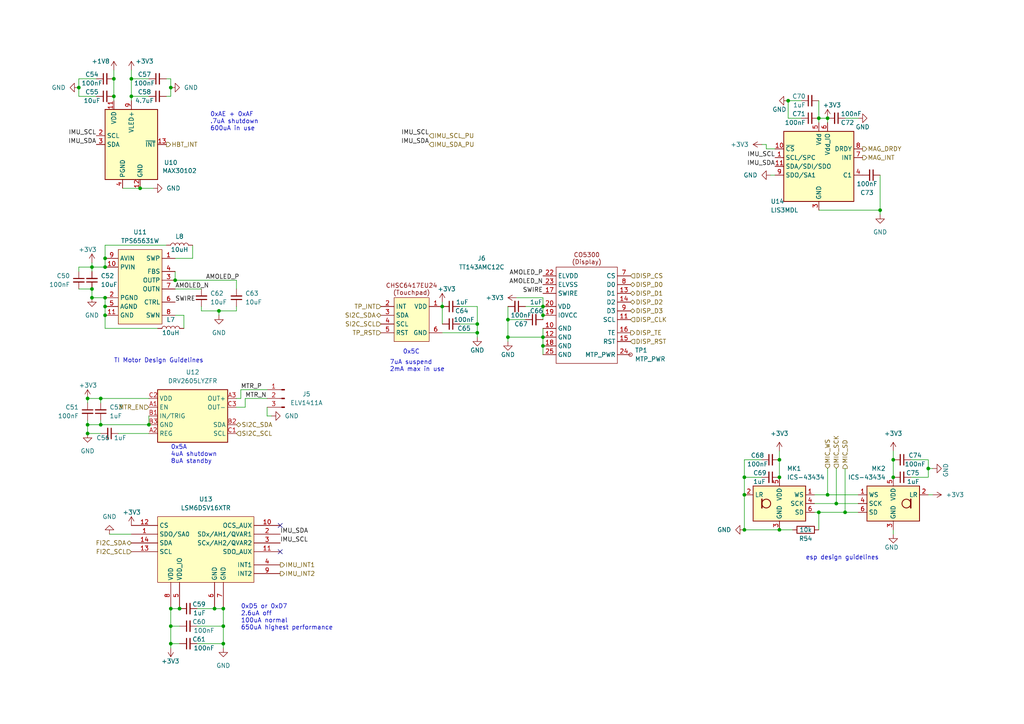
<source format=kicad_sch>
(kicad_sch (version 20230121) (generator eeschema)
  (paper "A4")
  (lib_symbols
    (symbol "Connector:Conn_01x03_Pin" (pin_names (offset 1.016) hide)
      (property "Reference" "J" (at 0 5.08 0))
      (property "Value" "Conn_01x03_Pin" (at 0 -5.08 0))
      (symbol "Conn_01x03_Pin_1_1"
        (polyline (pts (xy 1.27 -2.54) (xy 0.8636 -2.54)) (stroke (width 0.1524)))
        (polyline (pts (xy 1.27 0) (xy 0.8636 0)) (stroke (width 0.1524)))
        (polyline (pts (xy 1.27 2.54) (xy 0.8636 2.54)) (stroke (width 0.1524)))
        (rectangle (start 0.8636 -2.413) (end 0 -2.667) (stroke (width 0.1524)) (fill (type outline)))
        (rectangle (start 0.8636 0.127) (end 0 -0.127) (stroke (width 0.1524)) (fill (type outline)))
        (rectangle (start 0.8636 2.667) (end 0 2.413) (stroke (width 0.1524)) (fill (type outline)))
        (pin passive line (at 5.08 2.54 180) (length 3.81) (name "Pin_1") (number "1"))
        (pin passive line (at 5.08 0 180) (length 3.81) (name "Pin_2") (number "2"))
        (pin passive line (at 5.08 -2.54 180) (length 3.81) (name "Pin_3") (number "3"))
      )
    )
    (symbol "Connector:TestPoint_Small" (pin_numbers hide) (pin_names (offset 0.762) hide)
      (property "Reference" "TP" (at 0 3.81 0))
      (property "Value" "TestPoint_Small" (at 0 2.032 0))
      (symbol "TestPoint_Small_0_1"
        (circle (center 0 0) (radius 0.508))
      )
      (symbol "TestPoint_Small_1_1"
        (pin passive line (at 0 0 90) (length 0) (name "1") (number "1"))
      )
    )
    (symbol "Device:C_Small" (pin_numbers hide) (pin_names (offset 0.254) hide)
      (property "Reference" "C" (at 0.254 1.778 0))
      (property "Value" "C_Small" (at 0.254 -2.032 0))
      (symbol "C_Small_0_1"
        (polyline (pts (xy -1.524 -0.508) (xy 1.524 -0.508)) (stroke (width 0.3302)))
        (polyline (pts (xy -1.524 0.508) (xy 1.524 0.508)) (stroke (width 0.3048)))
      )
      (symbol "C_Small_1_1"
        (pin passive line (at 0 2.54 270) (length 2.032) (name "~") (number "1"))
        (pin passive line (at 0 -2.54 90) (length 2.032) (name "~") (number "2"))
      )
    )
    (symbol "Device:L" (pin_numbers hide) (pin_names (offset 1.016) hide)
      (property "Reference" "L" (at -1.27 0 90))
      (property "Value" "L" (at 1.905 0 90))
      (symbol "L_0_1"
        (arc (start 0 -2.54) (mid 0.6323 -1.905) (end 0 -1.27))
        (arc (start 0 -1.27) (mid 0.6323 -0.635) (end 0 0))
        (arc (start 0 0) (mid 0.6323 0.635) (end 0 1.27))
        (arc (start 0 1.27) (mid 0.6323 1.905) (end 0 2.54))
      )
      (symbol "L_1_1"
        (pin passive line (at 0 3.81 270) (length 1.27) (name "1") (number "1"))
        (pin passive line (at 0 -3.81 90) (length 1.27) (name "2") (number "2"))
      )
    )
    (symbol "Device:R" (pin_numbers hide) (pin_names (offset 0))
      (property "Reference" "R" (at 2.032 0 90))
      (property "Value" "R" (at 0 0 90))
      (symbol "R_0_1"
        (rectangle (start -1.016 -2.54) (end 1.016 2.54) (stroke (width 0.254)))
      )
      (symbol "R_1_1"
        (pin passive line (at 0 3.81 270) (length 1.27) (name "~") (number "1"))
        (pin passive line (at 0 -3.81 90) (length 1.27) (name "~") (number "2"))
      )
    )
    (symbol "Sensor:MAX30102"
      (property "Reference" "U" (at 7.62 15.24 0))
      (property "Value" "MAX30102" (at 7.62 12.7 0))
      (symbol "MAX30102_0_1"
        (rectangle (start -7.62 10.16) (end 7.62 -10.16) (stroke (width 0.254)) (fill (type background)))
      )
      (symbol "MAX30102_1_1"
        (pin no_connect line (at -7.62 5.08 0) (length 2.54) hide (name "NC") (number "1"))
        (pin passive line (at 0 12.7 270) (length 2.54) hide (name "VLED+") (number "10"))
        (pin power_in line (at -5.08 12.7 270) (length 2.54) (name "VDD") (number "11"))
        (pin power_in line (at 2.54 -12.7 90) (length 2.54) (name "GND") (number "12"))
        (pin output line (at 10.16 0 180) (length 2.54) (name "~{INT}") (number "13"))
        (pin no_connect line (at 7.62 2.54 180) (length 2.54) hide (name "NC") (number "14"))
        (pin input line (at -10.16 2.54 0) (length 2.54) (name "SCL") (number "2"))
        (pin bidirectional line (at -10.16 0 0) (length 2.54) (name "SDA") (number "3"))
        (pin power_in line (at -2.54 -12.7 90) (length 2.54) (name "PGND") (number "4"))
        (pin no_connect line (at 7.62 -7.62 180) (length 2.54) hide (name "NC") (number "5"))
        (pin no_connect line (at 7.62 -5.08 180) (length 2.54) hide (name "NC") (number "6"))
        (pin no_connect line (at -7.62 -2.54 0) (length 2.54) hide (name "NC") (number "7"))
        (pin no_connect line (at 7.62 5.08 180) (length 2.54) hide (name "NC") (number "8"))
        (pin power_in line (at 0 12.7 270) (length 2.54) (name "VLED+") (number "9"))
      )
    )
    (symbol "Sensor_Audio:ICS-43434"
      (property "Reference" "MK" (at -7.62 6.35 0))
      (property "Value" "ICS-43434" (at 1.27 6.35 0))
      (symbol "ICS-43434_1_1"
        (rectangle (start -7.62 5.08) (end 7.62 -5.08) (stroke (width 0.254)) (fill (type background)))
        (circle (center -3.81 0) (radius 1.27) (stroke (width 0.254)))
        (polyline (pts (xy -5.08 1.27) (xy -5.08 -1.27)) (stroke (width 0.381)))
        (pin input line (at 10.16 2.54 180) (length 2.54) (name "WS") (number "1"))
        (pin input line (at -10.16 2.54 0) (length 2.54) (name "LR") (number "2"))
        (pin power_in line (at 0 -7.62 90) (length 2.54) (name "GND") (number "3"))
        (pin input line (at 10.16 0 180) (length 2.54) (name "SCK") (number "4"))
        (pin power_in line (at 0 7.62 270) (length 2.54) (name "VDD") (number "5"))
        (pin output line (at 10.16 -2.54 180) (length 2.54) (name "SD") (number "6"))
      )
    )
    (symbol "Sensor_Magnetic:LIS3MDL"
      (property "Reference" "U" (at -8.89 11.43 0))
      (property "Value" "LIS3MDL" (at 7.62 11.43 0))
      (symbol "LIS3MDL_0_1"
        (rectangle (start -10.16 10.16) (end 10.16 -10.16) (stroke (width 0.254)) (fill (type background)))
      )
      (symbol "LIS3MDL_1_1"
        (pin input line (at -12.7 2.54 0) (length 2.54) (name "SCL/SPC") (number "1"))
        (pin input line (at -12.7 5.08 0) (length 2.54) (name "~{CS}") (number "10"))
        (pin bidirectional line (at -12.7 0 0) (length 2.54) (name "SDA/SDI/SDO") (number "11"))
        (pin passive line (at 0 -12.7 90) (length 2.54) hide (name "GND") (number "12"))
        (pin passive line (at 0 -12.7 90) (length 2.54) hide (name "GND") (number "2"))
        (pin power_in line (at 0 -12.7 90) (length 2.54) (name "GND") (number "3"))
        (pin power_out line (at 12.7 -2.54 180) (length 2.54) (name "C1") (number "4"))
        (pin power_in line (at 0 12.7 270) (length 2.54) (name "Vdd") (number "5"))
        (pin power_in line (at 2.54 12.7 270) (length 2.54) (name "Vdd_IO") (number "6"))
        (pin output line (at 12.7 2.54 180) (length 2.54) (name "INT") (number "7"))
        (pin output line (at 12.7 5.08 180) (length 2.54) (name "DRDY") (number "8"))
        (pin bidirectional line (at -12.7 -2.54 0) (length 2.54) (name "SDO/SA1") (number "9"))
      )
    )
    (symbol "custom-lib:DRV2605LYZFR"
      (property "Reference" "U" (at 0 11.43 0))
      (property "Value" "DRV2605LYZFR" (at 0 8.89 0))
      (symbol "DRV2605LYZFR_0_1"
        (rectangle (start -10.16 7.62) (end 10.16 -7.62) (stroke (width 0.254)) (fill (type background)))
      )
      (symbol "DRV2605LYZFR_1_1"
        (pin input line (at -12.7 2.54 0) (length 2.54) (name "EN") (number "A1"))
        (pin passive line (at -12.7 -5.08 0) (length 2.54) (name "REG") (number "A2"))
        (pin output line (at 12.7 5.08 180) (length 2.54) (name "OUT+") (number "A3"))
        (pin input line (at -12.7 0 0) (length 2.54) (name "IN/TRIG") (number "B1"))
        (pin bidirectional line (at 12.7 -2.54 180) (length 2.54) (name "SDA") (number "B2"))
        (pin power_in line (at -12.7 -2.54 0) (length 2.54) (name "GND") (number "B3"))
        (pin input line (at 12.7 -5.08 180) (length 2.54) (name "SCL") (number "C1"))
        (pin power_in line (at -12.7 5.08 0) (length 2.54) (name "VDD") (number "C2"))
        (pin output line (at 12.7 2.54 180) (length 2.54) (name "OUT-") (number "C3"))
      )
    )
    (symbol "custom-lib:LSM6DSV16XTR"
      (property "Reference" "U" (at -1.27 12.7 0))
      (property "Value" "LSM6DSV16XTR" (at 0 10.16 0))
      (symbol "LSM6DSV16XTR_0_1"
        (pin unspecified line (at 21.59 6.35 180) (length 7.62) (name "OCS_AUX") (number "10"))
        (pin power_in line (at -7.62 -17.78 90) (length 7.62) (name "VDD_IO") (number "5"))
        (pin power_in line (at -10.16 -17.78 90) (length 7.62) (name "VDD") (number "8"))
      )
      (symbol "LSM6DSV16XTR_1_1"
        (rectangle (start -13.97 8.89) (end 13.97 -10.16) (fill (type background)))
        (pin input line (at -21.59 3.81 0) (length 7.62) (name "SDO/SA0") (number "1"))
        (pin output line (at 21.59 -1.27 180) (length 7.62) (name "SDO_AUX") (number "11"))
        (pin input line (at -21.59 6.35 0) (length 7.62) (name "CS") (number "12"))
        (pin input line (at -21.59 -1.27 0) (length 7.62) (name "SCL") (number "13"))
        (pin bidirectional line (at -21.59 1.27 0) (length 7.62) (name "SDA") (number "14"))
        (pin bidirectional line (at 21.59 3.81 180) (length 7.62) (name "SDx/AH1/QVAR1") (number "2"))
        (pin bidirectional line (at 21.59 1.27 180) (length 7.62) (name "SCx/AH2/QVAR2") (number "3"))
        (pin output line (at 21.59 -5.08 180) (length 7.62) (name "INT1") (number "4"))
        (pin power_in line (at 2.54 -17.78 90) (length 7.62) (name "GND") (number "6"))
        (pin power_in line (at 5.08 -17.78 90) (length 7.62) (name "GND") (number "7"))
        (pin output line (at 21.59 -7.62 180) (length 7.62) (name "INT2") (number "9"))
      )
    )
    (symbol "custom-lib:TPS65631W"
      (property "Reference" "U" (at 0 13.97 0))
      (property "Value" "TPS65631W" (at 0 11.43 0))
      (symbol "TPS65631W_1_1"
        (rectangle (start -6.35 10.16) (end 6.35 -11.43) (fill (type background)))
        (pin power_out line (at 10.16 7.62 180) (length 3.81) (name "SWP") (number "1"))
        (pin power_in line (at -10.16 5.08 0) (length 3.81) (name "PVIN") (number "10"))
        (pin power_in line (at -10.16 -8.89 0) (length 3.81) (name "GND") (number "11"))
        (pin power_in line (at -10.16 -3.81 0) (length 3.81) (name "PGND") (number "2"))
        (pin power_out line (at 10.16 1.27 180) (length 3.81) (name "OUTP") (number "3"))
        (pin input line (at 10.16 3.81 180) (length 3.81) (name "FBS") (number "4"))
        (pin power_in line (at -10.16 -6.35 0) (length 3.81) (name "AGND") (number "5"))
        (pin input line (at 10.16 -5.08 180) (length 3.81) (name "CTRL") (number "6"))
        (pin power_out line (at 10.16 -1.27 180) (length 3.81) (name "OUTN") (number "7"))
        (pin power_out line (at 10.16 -8.89 180) (length 3.81) (name "SWN") (number "8"))
        (pin power_in line (at -10.16 7.62 0) (length 3.81) (name "AVIN") (number "9"))
      )
    )
    (symbol "custom-lib:TT143AMC12C"
      (property "Reference" "J" (at 0 22.86 0))
      (property "Value" "TT143AMC12C" (at 0 20.32 0))
      (symbol "TT143AMC12C_0_1"
        (rectangle (start 19.05 15.24) (end 36.83 -12.7))
      )
      (symbol "TT143AMC12C_1_1"
        (rectangle (start -27.94 -6.35) (end -17.78 6.35) (fill (type background)))
        (text "CHSC6417EU24\n(Touchpad)" (at -22.86 8.89 0) (effects (font (size 1.27 1.27))))
        (text "CO5300\n(Display)" (at 27.94 17.78 0) (effects (font (size 1.27 1.27))))
        (pin power_in line (at -13.97 3.81 180) (length 3.81) (name "VDD") (number "1"))
        (pin power_in line (at 15.24 -2.54 0) (length 3.81) (name "GND") (number "10"))
        (pin input line (at 40.64 0 180) (length 3.81) (name "SCL") (number "11"))
        (pin power_in line (at 15.24 -5.08 0) (length 3.81) (name "GND") (number "12"))
        (pin bidirectional line (at 40.64 7.62 180) (length 3.81) (name "D1") (number "13"))
        (pin bidirectional line (at 40.64 5.08 180) (length 3.81) (name "D2") (number "14"))
        (pin input line (at 40.64 -6.35 180) (length 3.81) (name "RST") (number "15"))
        (pin output line (at 40.64 -3.81 180) (length 3.81) (name "TE") (number "16"))
        (pin output line (at 15.24 7.62 0) (length 3.81) (name "SWIRE") (number "17"))
        (pin power_in line (at 15.24 -7.62 0) (length 3.81) (name "GND") (number "18"))
        (pin power_in line (at 15.24 1.27 0) (length 3.81) (name "IOVCC") (number "19"))
        (pin output line (at -31.75 3.81 0) (length 3.81) (name "INT") (number "2"))
        (pin power_in line (at 15.24 3.81 0) (length 3.81) (name "VDD") (number "20"))
        (pin no_connect line (at 26.67 -15.24 180) (length 3.81) hide (name "NC") (number "21"))
        (pin power_in line (at 15.24 12.7 0) (length 3.81) (name "ELVDD") (number "22"))
        (pin power_in line (at 15.24 10.16 0) (length 3.81) (name "ELVSS") (number "23"))
        (pin passive line (at 40.64 -10.16 180) (length 3.81) (name "MTP_PWR") (number "24"))
        (pin power_in line (at 15.24 -10.16 0) (length 3.81) (name "GND") (number "25"))
        (pin bidirectional line (at -31.75 1.27 0) (length 3.81) (name "SDA") (number "3"))
        (pin input line (at -31.75 -1.27 0) (length 3.81) (name "SCL") (number "4"))
        (pin input line (at -31.75 -3.81 0) (length 3.81) (name "RST") (number "5"))
        (pin power_in line (at -13.97 -3.81 180) (length 3.81) (name "GND") (number "6"))
        (pin input line (at 40.64 12.7 180) (length 3.81) (name "CS") (number "7"))
        (pin bidirectional line (at 40.64 10.16 180) (length 3.81) (name "D0") (number "8"))
        (pin bidirectional line (at 40.64 2.54 180) (length 3.81) (name "D3") (number "9"))
      )
    )
    (symbol "power:+1V8" (power) (pin_names (offset 0))
      (property "Value" "+1V8" (at 0 3.556 0))
      (symbol "+1V8_0_1"
        (polyline (pts (xy -0.762 1.27) (xy 0 2.54)))
        (polyline (pts (xy 0 0) (xy 0 2.54)))
        (polyline (pts (xy 0 2.54) (xy 0.762 1.27)))
      )
      (symbol "+1V8_1_1"
        (pin power_in line (at 0 0 90) (length 0) hide (name "+1V8") (number "1"))
      )
    )
    (symbol "power:+3V3" (power) (pin_names (offset 0))
      (property "Value" "+3V3" (at 0 3.556 0))
      (symbol "+3V3_0_1"
        (polyline (pts (xy -0.762 1.27) (xy 0 2.54)))
        (polyline (pts (xy 0 0) (xy 0 2.54)))
        (polyline (pts (xy 0 2.54) (xy 0.762 1.27)))
      )
      (symbol "+3V3_1_1"
        (pin power_in line (at 0 0 90) (length 0) hide (name "+3V3") (number "1"))
      )
    )
    (symbol "power:GND" (power) (pin_names (offset 0))
      (property "Value" "GND" (at 0 -3.81 0))
      (symbol "GND_0_1"
        (polyline (pts (xy 0 0) (xy 0 -1.27) (xy 1.27 -1.27) (xy 0 -2.54) (xy -1.27 -1.27) (xy 0 -1.27)))
      )
      (symbol "GND_1_1"
        (pin power_in line (at 0 0 270) (length 0) hide (name "GND") (number "1"))
      )
    )
  )
  (junction (at 33.02 27.94))
  (junction (at 237.49 148.59))
  (junction (at 147.32 92.71))
  (junction (at 30.48 88.9))
  (junction (at 26.67 86.36))
  (junction (at 245.11 148.59))
  (junction (at 157.48 88.9))
  (junction (at 25.4 123.19))
  (junction (at 157.48 97.79))
  (junction (at 240.03 34.29))
  (junction (at 226.06 153.67))
  (junction (at 49.53 186.69))
  (junction (at 49.53 181.61))
  (junction (at 22.86 25.4))
  (junction (at 29.21 123.19))
  (junction (at 259.08 138.43))
  (junction (at 228.6 29.21))
  (junction (at 25.4 125.73))
  (junction (at 269.24 135.89))
  (junction (at 26.67 77.47))
  (junction (at 52.07 176.53))
  (junction (at 30.48 77.47))
  (junction (at 38.1 27.94))
  (junction (at 38.1 22.86))
  (junction (at 226.06 133.35))
  (junction (at 128.27 88.9))
  (junction (at 157.48 100.33))
  (junction (at 30.48 74.93))
  (junction (at 215.9 143.51))
  (junction (at 226.06 138.43))
  (junction (at 147.32 97.79))
  (junction (at 138.43 93.98))
  (junction (at 49.53 176.53))
  (junction (at 255.27 60.96))
  (junction (at 215.9 138.43))
  (junction (at 62.23 176.53))
  (junction (at 63.5 90.17))
  (junction (at 138.43 96.52))
  (junction (at 25.4 115.57))
  (junction (at 33.02 22.86))
  (junction (at 64.77 186.69))
  (junction (at 237.49 34.29))
  (junction (at 215.9 153.67))
  (junction (at 40.64 54.61))
  (junction (at 259.08 133.35))
  (junction (at 43.18 123.19))
  (junction (at 240.03 143.51))
  (junction (at 242.57 146.05))
  (junction (at 49.53 25.4))
  (junction (at 64.77 181.61))
  (junction (at 64.77 176.53))
  (junction (at 157.48 91.44))
  (junction (at 30.48 91.44))
  (junction (at 30.48 86.36))
  (junction (at 50.8 81.28))
  (junction (at 29.21 115.57))
  (junction (at 26.67 83.82))
  (no_connect (at 81.28 160.02))
  (no_connect (at 81.28 152.4))
  (wire (pts (xy 26.67 77.47) (xy 26.67 78.74)))
  (wire (pts (xy 255.27 60.96) (xy 255.27 50.8)))
  (wire (pts (xy 226.06 133.35) (xy 226.06 138.43)))
  (wire (pts (xy 49.53 186.69) (xy 49.53 187.96)))
  (wire (pts (xy 57.15 186.69) (xy 64.77 186.69)))
  (wire (pts (xy 25.4 115.57) (xy 25.4 116.84)))
  (wire (pts (xy 38.1 27.94) (xy 38.1 29.21)))
  (wire (pts (xy 30.48 71.12) (xy 30.48 74.93)))
  (wire (pts (xy 128.27 87.63) (xy 128.27 88.9)))
  (wire (pts (xy 237.49 29.21) (xy 237.49 34.29)))
  (wire (pts (xy 30.48 71.12) (xy 48.26 71.12)))
  (wire (pts (xy 29.21 115.57) (xy 29.21 116.84)))
  (wire (pts (xy 58.42 90.17) (xy 63.5 90.17)))
  (wire (pts (xy 38.1 20.32) (xy 38.1 22.86)))
  (wire (pts (xy 29.21 125.73) (xy 25.4 125.73)))
  (wire (pts (xy 43.18 27.94) (xy 38.1 27.94)))
  (wire (pts (xy 157.48 95.25) (xy 157.48 97.79)))
  (wire (pts (xy 71.12 118.11) (xy 71.12 115.57)))
  (wire (pts (xy 237.49 34.29) (xy 240.03 34.29)))
  (wire (pts (xy 223.52 50.8) (xy 224.79 50.8)))
  (wire (pts (xy 245.11 34.29) (xy 248.92 34.29)))
  (wire (pts (xy 78.74 120.65) (xy 77.47 120.65)))
  (wire (pts (xy 226.06 153.67) (xy 229.87 153.67)))
  (wire (pts (xy 240.03 143.51) (xy 248.92 143.51)))
  (wire (pts (xy 38.1 22.86) (xy 38.1 27.94)))
  (wire (pts (xy 49.53 176.53) (xy 49.53 181.61)))
  (wire (pts (xy 64.77 186.69) (xy 64.77 181.61)))
  (wire (pts (xy 48.26 27.94) (xy 49.53 27.94)))
  (wire (pts (xy 31.75 154.94) (xy 38.1 154.94)))
  (wire (pts (xy 69.85 113.03) (xy 77.47 113.03)))
  (wire (pts (xy 152.4 88.9) (xy 157.48 88.9)))
  (wire (pts (xy 228.6 34.29) (xy 232.41 34.29)))
  (wire (pts (xy 133.35 88.9) (xy 138.43 88.9)))
  (wire (pts (xy 33.02 27.94) (xy 33.02 29.21)))
  (wire (pts (xy 138.43 96.52) (xy 138.43 97.79)))
  (wire (pts (xy 30.48 86.36) (xy 26.67 86.36)))
  (wire (pts (xy 57.15 176.53) (xy 62.23 176.53)))
  (wire (pts (xy 43.18 22.86) (xy 38.1 22.86)))
  (wire (pts (xy 40.64 54.61) (xy 35.56 54.61)))
  (wire (pts (xy 270.51 143.51) (xy 269.24 143.51)))
  (wire (pts (xy 220.98 41.91) (xy 222.25 41.91)))
  (wire (pts (xy 259.08 130.81) (xy 259.08 133.35)))
  (wire (pts (xy 30.48 88.9) (xy 30.48 91.44)))
  (wire (pts (xy 138.43 93.98) (xy 138.43 96.52)))
  (wire (pts (xy 242.57 146.05) (xy 248.92 146.05)))
  (wire (pts (xy 69.85 115.57) (xy 69.85 113.03)))
  (wire (pts (xy 68.58 118.11) (xy 71.12 118.11)))
  (wire (pts (xy 138.43 88.9) (xy 138.43 93.98)))
  (wire (pts (xy 57.15 181.61) (xy 64.77 181.61)))
  (wire (pts (xy 264.16 138.43) (xy 269.24 138.43)))
  (wire (pts (xy 245.11 148.59) (xy 248.92 148.59)))
  (wire (pts (xy 33.02 20.32) (xy 33.02 22.86)))
  (wire (pts (xy 50.8 74.93) (xy 55.88 74.93)))
  (wire (pts (xy 237.49 60.96) (xy 255.27 60.96)))
  (wire (pts (xy 236.22 146.05) (xy 242.57 146.05)))
  (wire (pts (xy 240.03 135.89) (xy 240.03 143.51)))
  (wire (pts (xy 236.22 148.59) (xy 237.49 148.59)))
  (wire (pts (xy 147.32 97.79) (xy 147.32 99.06)))
  (wire (pts (xy 53.34 91.44) (xy 53.34 95.25)))
  (wire (pts (xy 33.02 22.86) (xy 33.02 27.94)))
  (wire (pts (xy 128.27 88.9) (xy 128.27 93.98)))
  (wire (pts (xy 50.8 81.28) (xy 68.58 81.28)))
  (wire (pts (xy 226.06 153.67) (xy 215.9 153.67)))
  (wire (pts (xy 26.67 76.2) (xy 26.67 77.47)))
  (wire (pts (xy 63.5 90.17) (xy 68.58 90.17)))
  (wire (pts (xy 25.4 125.73) (xy 25.4 123.19)))
  (wire (pts (xy 22.86 83.82) (xy 26.67 83.82)))
  (wire (pts (xy 242.57 135.89) (xy 242.57 146.05)))
  (wire (pts (xy 49.53 176.53) (xy 52.07 176.53)))
  (wire (pts (xy 25.4 123.19) (xy 29.21 123.19)))
  (wire (pts (xy 259.08 154.94) (xy 259.08 153.67)))
  (wire (pts (xy 29.21 123.19) (xy 43.18 123.19)))
  (wire (pts (xy 245.11 135.89) (xy 245.11 148.59)))
  (wire (pts (xy 50.8 91.44) (xy 53.34 91.44)))
  (wire (pts (xy 232.41 29.21) (xy 228.6 29.21)))
  (wire (pts (xy 259.08 133.35) (xy 259.08 138.43)))
  (wire (pts (xy 157.48 97.79) (xy 157.48 100.33)))
  (wire (pts (xy 157.48 86.36) (xy 157.48 88.9)))
  (wire (pts (xy 236.22 143.51) (xy 240.03 143.51)))
  (wire (pts (xy 157.48 97.79) (xy 147.32 97.79)))
  (wire (pts (xy 30.48 95.25) (xy 30.48 91.44)))
  (wire (pts (xy 269.24 133.35) (xy 269.24 135.89)))
  (wire (pts (xy 222.25 41.91) (xy 222.25 43.18)))
  (wire (pts (xy 43.18 120.65) (xy 43.18 123.19)))
  (wire (pts (xy 30.48 86.36) (xy 30.48 88.9)))
  (wire (pts (xy 22.86 77.47) (xy 26.67 77.47)))
  (wire (pts (xy 255.27 62.23) (xy 255.27 60.96)))
  (wire (pts (xy 49.53 25.4) (xy 49.53 22.86)))
  (wire (pts (xy 147.32 88.9) (xy 147.32 92.71)))
  (wire (pts (xy 237.49 34.29) (xy 237.49 35.56)))
  (wire (pts (xy 149.86 86.36) (xy 157.48 86.36)))
  (wire (pts (xy 270.51 135.89) (xy 269.24 135.89)))
  (wire (pts (xy 68.58 115.57) (xy 69.85 115.57)))
  (wire (pts (xy 147.32 92.71) (xy 147.32 97.79)))
  (wire (pts (xy 240.03 34.29) (xy 240.03 35.56)))
  (wire (pts (xy 22.86 77.47) (xy 22.86 78.74)))
  (wire (pts (xy 237.49 148.59) (xy 245.11 148.59)))
  (wire (pts (xy 222.25 43.18) (xy 224.79 43.18)))
  (wire (pts (xy 264.16 133.35) (xy 269.24 133.35)))
  (wire (pts (xy 157.48 91.44) (xy 157.48 92.71)))
  (wire (pts (xy 45.72 95.25) (xy 30.48 95.25)))
  (wire (pts (xy 77.47 120.65) (xy 77.47 118.11)))
  (wire (pts (xy 215.9 138.43) (xy 215.9 143.51)))
  (wire (pts (xy 152.4 92.71) (xy 147.32 92.71)))
  (wire (pts (xy 269.24 135.89) (xy 269.24 138.43)))
  (wire (pts (xy 68.58 81.28) (xy 68.58 83.82)))
  (wire (pts (xy 49.53 181.61) (xy 49.53 186.69)))
  (wire (pts (xy 22.86 22.86) (xy 22.86 25.4)))
  (wire (pts (xy 30.48 74.93) (xy 30.48 77.47)))
  (wire (pts (xy 49.53 27.94) (xy 49.53 25.4)))
  (wire (pts (xy 157.48 100.33) (xy 157.48 102.87)))
  (wire (pts (xy 64.77 181.61) (xy 64.77 176.53)))
  (wire (pts (xy 220.98 133.35) (xy 215.9 133.35)))
  (wire (pts (xy 52.07 186.69) (xy 49.53 186.69)))
  (wire (pts (xy 133.35 93.98) (xy 138.43 93.98)))
  (wire (pts (xy 26.67 86.36) (xy 26.67 83.82)))
  (wire (pts (xy 22.86 25.4) (xy 22.86 27.94)))
  (wire (pts (xy 25.4 115.57) (xy 29.21 115.57)))
  (wire (pts (xy 64.77 187.96) (xy 64.77 186.69)))
  (wire (pts (xy 62.23 176.53) (xy 64.77 176.53)))
  (wire (pts (xy 29.21 121.92) (xy 29.21 123.19)))
  (wire (pts (xy 226.06 130.81) (xy 226.06 133.35)))
  (wire (pts (xy 215.9 143.51) (xy 215.9 153.67)))
  (wire (pts (xy 55.88 74.93) (xy 55.88 71.12)))
  (wire (pts (xy 50.8 78.74) (xy 50.8 81.28)))
  (wire (pts (xy 27.94 22.86) (xy 22.86 22.86)))
  (wire (pts (xy 44.45 54.61) (xy 40.64 54.61)))
  (wire (pts (xy 220.98 138.43) (xy 215.9 138.43)))
  (wire (pts (xy 22.86 27.94) (xy 27.94 27.94)))
  (wire (pts (xy 157.48 88.9) (xy 157.48 91.44)))
  (wire (pts (xy 58.42 90.17) (xy 58.42 88.9)))
  (wire (pts (xy 25.4 121.92) (xy 25.4 123.19)))
  (wire (pts (xy 215.9 133.35) (xy 215.9 138.43)))
  (wire (pts (xy 71.12 115.57) (xy 77.47 115.57)))
  (wire (pts (xy 68.58 90.17) (xy 68.58 88.9)))
  (wire (pts (xy 49.53 22.86) (xy 48.26 22.86)))
  (wire (pts (xy 128.27 96.52) (xy 138.43 96.52)))
  (wire (pts (xy 26.67 77.47) (xy 30.48 77.47)))
  (wire (pts (xy 63.5 90.17) (xy 63.5 91.44)))
  (wire (pts (xy 237.49 148.59) (xy 237.49 153.67)))
  (wire (pts (xy 49.53 181.61) (xy 52.07 181.61)))
  (wire (pts (xy 228.6 29.21) (xy 228.6 34.29)))
  (wire (pts (xy 29.21 115.57) (xy 43.18 115.57)))
  (wire (pts (xy 50.8 83.82) (xy 58.42 83.82)))
  (wire (pts (xy 34.29 125.73) (xy 43.18 125.73)))
  (text "0xAE + 0xAF\n.7uA shutdown\n600uA in use" (at 60.96 38.1 0) (effects (font (size 1.27 1.27)) (justify left bottom)))
  (text "0xD5 or 0xD7\n2.6uA off\n100uA normal\n650uA highest performance" (at 69.85 182.88 0) (effects (font (size 1.27 1.27)) (justify left bottom)))
  (text "esp design guidelines" (at 233.68 162.56 0) (effects (font (size 1.27 1.27)) (justify left bottom)))
  (text "TI Motor Design Guidelines" (at 33.02 105.41 0) (effects (font (size 1.27 1.27)) (justify left bottom)))
  (text "0x5C" (at 116.84 102.87 0) (effects (font (size 1.27 1.27)) (justify left bottom)))
  (text "7uA suspend\n2mA max in use" (at 113.03 107.95 0) (effects (font (size 1.27 1.27)) (justify left bottom)))
  (text "0x5A\n4uA shutdown\n8uA standby\n" (at 49.53 134.62 0) (effects (font (size 1.27 1.27)) (justify left bottom)))
  (label "MTR_N" (at 71.12 115.57 0))
  (label "IMU_SCL" (at 224.79 45.72 180))
  (label "MTR_P" (at 69.85 113.03 0))
  (label "SWIRE" (at 157.48 85.09 180))
  (label "AMOLED_P" (at 59.69 81.28 0))
  (label "SWIRE" (at 50.8 87.63 0))
  (label "IMU_SCL" (at 124.46 39.37 180))
  (label "IMU_SCL" (at 81.28 157.48 0))
  (label "IMU_SDA" (at 224.79 48.26 180))
  (label "IMU_SCL" (at 27.94 39.37 180))
  (label "AMOLED_N" (at 50.8 83.82 0))
  (label "IMU_SDA" (at 81.28 154.94 0))
  (label "IMU_SDA" (at 27.94 41.91 180))
  (label "IMU_SDA" (at 124.46 41.91 180))
  (label "AMOLED_P" (at 157.48 80.01 180))
  (label "AMOLED_N" (at 157.48 82.55 180))
  (hierarchical_label "TP_INT" (shape input) (at 110.49 88.9 180))
  (hierarchical_label "FI2C_SDA" (shape bidirectional) (at 38.1 157.48 180))
  (hierarchical_label "FI2C_SCL" (shape input) (at 38.1 160.02 180))
  (hierarchical_label "DISP_D1" (shape bidirectional) (at 182.88 85.09 0))
  (hierarchical_label "DISP_CLK" (shape input) (at 182.88 92.71 0))
  (hierarchical_label "DISP_D0" (shape bidirectional) (at 182.88 82.55 0))
  (hierarchical_label "SI2C_SDA" (shape bidirectional) (at 110.49 91.44 180))
  (hierarchical_label "MIC_SCK" (shape input) (at 242.57 135.89 90))
  (hierarchical_label "IMU_INT1" (shape output) (at 81.28 163.83 0))
  (hierarchical_label "IMU_SDA_PU" (shape input) (at 124.46 41.91 0))
  (hierarchical_label "DISP_TE" (shape output) (at 182.88 96.52 0))
  (hierarchical_label "DISP_D3" (shape bidirectional) (at 182.88 90.17 0))
  (hierarchical_label "MIC_WS" (shape input) (at 240.03 135.89 90))
  (hierarchical_label "SI2C_SCL" (shape input) (at 68.58 125.73 0))
  (hierarchical_label "SI2C_SCL" (shape input) (at 110.49 93.98 180))
  (hierarchical_label "DISP_RST" (shape input) (at 182.88 99.06 0))
  (hierarchical_label "MTR_EN" (shape input) (at 43.18 118.11 180))
  (hierarchical_label "DISP_D2" (shape bidirectional) (at 182.88 87.63 0))
  (hierarchical_label "TP_RST" (shape input) (at 110.49 96.52 180))
  (hierarchical_label "IMU_SCL_PU" (shape input) (at 124.46 39.37 0))
  (hierarchical_label "MAG_DRDY" (shape output) (at 250.19 43.18 0))
  (hierarchical_label "MAG_INT" (shape output) (at 250.19 45.72 0))
  (hierarchical_label "HBT_INT" (shape output) (at 48.26 41.91 0))
  (hierarchical_label "IMU_INT2" (shape output) (at 81.28 166.37 0))
  (hierarchical_label "MIC_SD" (shape output) (at 245.11 135.89 90))
  (hierarchical_label "SI2C_SDA" (shape bidirectional) (at 68.58 123.19 0))
  (hierarchical_label "DISP_CS" (shape input) (at 182.88 80.01 0))
  (symbol (lib_id "Device:R") (at 233.68 153.67 90) (unit 1)
    (property "Reference" "R54" (at 233.68 156.21 90))
    (property "Value" "10k" (at 233.68 153.67 90))
    (property "Footprint" "Resistor_SMD:R_0402_1005Metric" (effects hide))
  )
  (symbol (lib_id "Connector:TestPoint_Small") (at 182.88 102.87 0) (unit 1)
    (property "Reference" "TP1" (at 184.15 101.6 0) (effects (justify left)))
    (property "Value" "MTP_PWR" (at 184.15 104.14 0) (effects (justify left)))
    (property "Footprint" "TestPoint:TestPoint_Pad_D1.0mm" (effects hide))
  )
  (symbol (lib_id "Device:C_Small") (at 252.73 50.8 270) (unit 1)
    (property "Reference" "C73" (at 251.46 55.88 90))
    (property "Value" "100nF" (at 251.46 53.34 90))
    (property "Footprint" "Capacitor_SMD:C_0402_1005Metric" (effects hide))
  )
  (symbol (lib_id "power:GND") (at 63.5 91.44 0) (unit 1)
    (property "Reference" "#PWR081" (effects hide))
    (property "Value" "GND" (at 63.5 96.52 0))
  )
  (symbol (lib_id "power:+3V3") (at 270.51 143.51 270) (mirror x) (unit 1)
    (property "Reference" "#PWR099" (effects hide))
    (property "Value" "+3V3" (at 274.32 143.51 90) (effects (justify left)))
  )
  (symbol (lib_id "Device:C_Small") (at 22.86 81.28 0) (mirror y) (unit 1)
    (property "Reference" "C50" (at 20.32 80.01 0) (effects (justify left)))
    (property "Value" "100nF" (at 20.32 82.55 0) (effects (justify left)))
    (property "Footprint" "Capacitor_SMD:C_0402_1005Metric" (effects hide))
  )
  (symbol (lib_id "Device:C_Small") (at 54.61 186.69 90) (unit 1)
    (property "Reference" "C61" (at 59.69 185.42 90) (effects (justify left)))
    (property "Value" "100nF" (at 62.23 187.96 90) (effects (justify left)))
    (property "Footprint" "Capacitor_SMD:C_0402_1005Metric" (effects hide))
  )
  (symbol (lib_id "Device:C_Small") (at 130.81 88.9 90) (mirror x) (unit 1)
    (property "Reference" "C64" (at 135.89 90.17 90) (effects (justify left)))
    (property "Value" "1uF" (at 135.89 87.63 90) (effects (justify left)))
    (property "Footprint" "Capacitor_SMD:C_0402_1005Metric" (effects hide))
  )
  (symbol (lib_id "custom-lib:DRV2605LYZFR") (at 55.88 120.65 0) (unit 1)
    (property "Reference" "U12" (at 55.88 107.95 0))
    (property "Value" "DRV2605LYZFR" (at 55.88 110.49 0))
    (property "Footprint" "Package_BGA:Texas_DSBGA-9_1.4715x1.4715mm_Layout3x3_P0.5mm" (effects hide))
    (property "Datasheet" "https://www.ti.com/lit/ds/symlink/drv2605l.pdf?ts=1716977265344&ref_url=https%253A%252F%252Fwww.ti.com%252Fproduct%252FDRV2605L" (effects hide))
  )
  (symbol (lib_id "power:+3V3") (at 26.67 76.2 0) (unit 1)
    (property "Reference" "#PWR072" (effects hide))
    (property "Value" "+3V3" (at 25.4 72.39 0))
  )
  (symbol (lib_id "Device:C_Small") (at 26.67 81.28 0) (mirror x) (unit 1)
    (property "Reference" "C52" (at 29.21 80.01 0) (effects (justify left)))
    (property "Value" "10uF" (at 29.21 82.55 0) (effects (justify left)))
    (property "Footprint" "Capacitor_SMD:C_0402_1005Metric" (effects hide))
  )
  (symbol (lib_id "Sensor_Magnetic:LIS3MDL") (at 237.49 48.26 0) (unit 1)
    (property "Reference" "U14" (at 223.52 58.42 0) (effects (justify left)))
    (property "Value" "LIS3MDL" (at 223.52 60.96 0) (effects (justify left)))
    (property "Footprint" "Package_LGA:LGA-12_2x2mm_P0.5mm" (effects hide))
    (property "Datasheet" "https://www.st.com/resource/en/datasheet/lis3mdl.pdf" (effects hide))
  )
  (symbol (lib_id "power:+3V3") (at 259.08 130.81 0) (mirror y) (unit 1)
    (property "Reference" "#PWR096" (effects hide))
    (property "Value" "+3V3" (at 259.08 125.73 0))
  )
  (symbol (lib_id "Sensor_Audio:ICS-43434") (at 226.06 146.05 0) (unit 1)
    (property "Reference" "MK1" (at 228.2541 135.89 0) (effects (justify left)))
    (property "Value" "ICS-43434" (at 228.2541 138.43 0) (effects (justify left)))
    (property "Footprint" "Sensor_Audio:InvenSense_ICS-43434-6_3.5x2.65mm" (effects hide))
    (property "Datasheet" "https://www.invensense.com/wp-content/uploads/2016/02/DS-000069-ICS-43434-v1.2.pdf" (effects hide))
  )
  (symbol (lib_id "Device:L") (at 49.53 95.25 90) (unit 1)
    (property "Reference" "L7" (at 49.53 92.71 90))
    (property "Value" "10uH" (at 49.53 96.52 90))
    (property "Footprint" "Inductor_SMD:L_1008_2520Metric" (effects hide))
  )
  (symbol (lib_id "custom-lib:TT143AMC12C") (at 142.24 92.71 0) (unit 1)
    (property "Reference" "J6" (at 139.7 74.93 0))
    (property "Value" "TT143AMC12C" (at 139.7 77.47 0))
    (property "Footprint" "custom-lib:OK-14GF024-04" (effects hide))
    (property "Datasheet" "https://szzxv.com/static/upload/file/20220916/1663306962489471.pdf" (effects hide))
  )
  (symbol (lib_id "power:GND") (at 64.77 187.96 0) (unit 1)
    (property "Reference" "#PWR082" (effects hide))
    (property "Value" "GND" (at 64.77 193.04 0))
  )
  (symbol (lib_id "Sensor_Audio:ICS-43434") (at 259.08 146.05 0) (mirror y) (unit 1)
    (property "Reference" "MK2" (at 256.8859 135.89 0) (effects (justify left)))
    (property "Value" "ICS-43434" (at 256.8859 138.43 0) (effects (justify left)))
    (property "Footprint" "Sensor_Audio:InvenSense_ICS-43434-6_3.5x2.65mm" (effects hide))
    (property "Datasheet" "https://www.invensense.com/wp-content/uploads/2016/02/DS-000069-ICS-43434-v1.2.pdf" (effects hide))
  )
  (symbol (lib_id "power:GND") (at 22.86 25.4 270) (unit 1)
    (property "Reference" "#PWR069" (effects hide))
    (property "Value" "GND" (at 19.05 25.4 90) (effects (justify right)))
  )
  (symbol (lib_id "Device:C_Small") (at 261.62 133.35 270) (mirror x) (unit 1)
    (property "Reference" "C74" (at 265.43 132.08 90))
    (property "Value" "100nF" (at 265.43 134.62 90))
    (property "Footprint" "Capacitor_SMD:C_0402_1005Metric" (effects hide))
  )
  (symbol (lib_id "power:+3V3") (at 226.06 130.81 0) (unit 1)
    (property "Reference" "#PWR091" (effects hide))
    (property "Value" "+3V3" (at 226.06 125.73 0))
  )
  (symbol (lib_id "power:+3V3") (at 38.1 20.32 0) (unit 1)
    (property "Reference" "#PWR076" (effects hide))
    (property "Value" "+3V3" (at 41.91 17.78 0))
  )
  (symbol (lib_id "Device:C_Small") (at 30.48 22.86 90) (unit 1)
    (property "Reference" "C54" (at 26.67 21.59 90))
    (property "Value" "100nF" (at 26.67 24.13 90))
    (property "Footprint" "Capacitor_SMD:C_0402_1005Metric" (effects hide))
  )
  (symbol (lib_id "power:GND") (at 49.53 25.4 90) (unit 1)
    (property "Reference" "#PWR079" (effects hide))
    (property "Value" "GND" (at 53.34 25.4 90) (effects (justify right)))
  )
  (symbol (lib_id "custom-lib:LSM6DSV16XTR") (at 59.69 158.75 0) (unit 1)
    (property "Reference" "U13" (at 59.69 144.78 0))
    (property "Value" "LSM6DSV16XTR" (at 59.69 147.32 0))
    (property "Footprint" "Package_LGA:LGA-14_3x2.5mm_P0.5mm_LayoutBorder3x4y" (effects hide))
    (property "Datasheet" "https://www.st.com/content/ccc/resource/technical/document/datasheet/group3/47/03/b2/44/47/32/4b/76/DM00741844/files/DM00741844.pdf/jcr:content/translations/en.DM00741844.pdf" (effects hide))
  )
  (symbol (lib_id "power:GND") (at 228.6 29.21 270) (unit 1)
    (property "Reference" "#PWR092" (effects hide))
    (property "Value" "GND" (at 226.06 31.75 90))
  )
  (symbol (lib_id "Device:C_Small") (at 154.94 92.71 90) (mirror x) (unit 1)
    (property "Reference" "C67" (at 151.13 93.98 90))
    (property "Value" "100nF" (at 151.13 91.44 90))
    (property "Footprint" "Capacitor_SMD:C_0402_1005Metric" (effects hide))
  )
  (symbol (lib_id "Device:C_Small") (at 68.58 86.36 0) (mirror x) (unit 1)
    (property "Reference" "C63" (at 71.12 85.09 0) (effects (justify left)))
    (property "Value" "10uF" (at 71.12 87.63 0) (effects (justify left)))
    (property "Footprint" "Capacitor_SMD:C_0402_1005Metric" (effects hide))
  )
  (symbol (lib_id "Device:C_Small") (at 223.52 138.43 270) (mirror x) (unit 1)
    (property "Reference" "C69" (at 218.44 137.16 90) (effects (justify left)))
    (property "Value" "1uF" (at 218.44 139.7 90) (effects (justify left)))
    (property "Footprint" "Capacitor_SMD:C_0402_1005Metric" (effects hide))
  )
  (symbol (lib_id "Device:C_Small") (at 29.21 119.38 0) (mirror x) (unit 1)
    (property "Reference" "C53" (at 31.75 118.11 0) (effects (justify left)))
    (property "Value" "1uF" (at 31.75 120.65 0) (effects (justify left)))
    (property "Footprint" "Capacitor_SMD:C_0402_1005Metric" (effects hide))
  )
  (symbol (lib_id "Device:C_Small") (at 223.52 133.35 90) (unit 1)
    (property "Reference" "C68" (at 219.71 132.08 90))
    (property "Value" "100nF" (at 219.71 134.62 90))
    (property "Footprint" "Capacitor_SMD:C_0402_1005Metric" (effects hide))
  )
  (symbol (lib_id "power:+3V3") (at 25.4 115.57 0) (unit 1)
    (property "Reference" "#PWR070" (effects hide))
    (property "Value" "+3V3" (at 22.86 111.76 0) (effects (justify left)))
  )
  (symbol (lib_id "Device:C_Small") (at 149.86 88.9 270) (unit 1)
    (property "Reference" "C66" (at 153.67 90.17 90) (effects (justify left)))
    (property "Value" "1uF" (at 153.67 87.63 90) (effects (justify left)))
    (property "Footprint" "Capacitor_SMD:C_0402_1005Metric" (effects hide))
  )
  (symbol (lib_id "power:GND") (at 25.4 125.73 0) (unit 1)
    (property "Reference" "#PWR071" (effects hide))
    (property "Value" "GND" (at 25.4 130.81 0))
  )
  (symbol (lib_id "power:GND") (at 31.75 154.94 180) (unit 1)
    (property "Reference" "#PWR074" (effects hide))
    (property "Value" "GND" (at 31.75 149.86 0))
  )
  (symbol (lib_id "custom-lib:TPS65631W") (at 40.64 82.55 0) (unit 1)
    (property "Reference" "U11" (at 40.64 67.31 0))
    (property "Value" "TPS65631W" (at 40.64 69.85 0))
    (property "Footprint" "Package_SON:WSON-10-1EP_2.5x2.5mm_P0.5mm_EP1.2x2mm_ThermalVias" (effects hide))
    (property "Datasheet" "https://www.ti.com/lit/ds/symlink/tps65631w.pdf?ts=1717815285268&ref_url=https%253A%252F%252Fwww.ti.com%252Fpower-management%252Flcd-oled-display-power-drivers%252Fproducts.html" (effects hide))
  )
  (symbol (lib_id "Device:C_Small") (at 30.48 27.94 90) (unit 1)
    (property "Reference" "C55" (at 26.67 26.67 90))
    (property "Value" "10uF" (at 26.67 29.21 90))
    (property "Footprint" "Capacitor_SMD:C_0402_1005Metric" (effects hide))
  )
  (symbol (lib_id "Device:C_Small") (at 234.95 29.21 90) (mirror x) (unit 1)
    (property "Reference" "C70" (at 233.68 27.94 90) (effects (justify left)))
    (property "Value" "1uF" (at 233.68 30.48 90) (effects (justify left)))
    (property "Footprint" "Capacitor_SMD:C_0402_1005Metric" (effects hide))
  )
  (symbol (lib_id "power:GND") (at 44.45 54.61 90) (unit 1)
    (property "Reference" "#PWR078" (effects hide))
    (property "Value" "GND" (at 48.26 54.61 90) (effects (justify right)))
  )
  (symbol (lib_id "Device:C_Small") (at 130.81 93.98 270) (unit 1)
    (property "Reference" "C65" (at 134.62 95.25 90))
    (property "Value" "100nF" (at 134.62 92.71 90))
    (property "Footprint" "Capacitor_SMD:C_0402_1005Metric" (effects hide))
  )
  (symbol (lib_id "power:GND") (at 223.52 50.8 270) (unit 1)
    (property "Reference" "#PWR090" (effects hide))
    (property "Value" "GND" (at 219.71 50.8 90) (effects (justify right)))
  )
  (symbol (lib_id "Device:C_Small") (at 54.61 181.61 90) (unit 1)
    (property "Reference" "C60" (at 59.69 180.34 90) (effects (justify left)))
    (property "Value" "100nF" (at 62.23 182.88 90) (effects (justify left)))
    (property "Footprint" "Capacitor_SMD:C_0402_1005Metric" (effects hide))
  )
  (symbol (lib_id "Device:C_Small") (at 58.42 86.36 0) (mirror x) (unit 1)
    (property "Reference" "C62" (at 60.96 85.09 0) (effects (justify left)))
    (property "Value" "10uF" (at 60.96 87.63 0) (effects (justify left)))
    (property "Footprint" "Capacitor_SMD:C_0402_1005Metric" (effects hide))
  )
  (symbol (lib_id "power:+3V3") (at 149.86 86.36 90) (mirror x) (unit 1)
    (property "Reference" "#PWR087" (effects hide))
    (property "Value" "+3V3" (at 143.51 86.36 90))
  )
  (symbol (lib_id "Device:C_Small") (at 45.72 22.86 90) (unit 1)
    (property "Reference" "C57" (at 41.91 21.59 90))
    (property "Value" "100nF" (at 41.91 24.13 90))
    (property "Footprint" "Capacitor_SMD:C_0402_1005Metric" (effects hide))
  )
  (symbol (lib_id "power:GND") (at 259.08 154.94 0) (mirror y) (unit 1)
    (property "Reference" "#PWR097" (effects hide))
    (property "Value" "GND" (at 256.54 158.75 0) (effects (justify right)))
  )
  (symbol (lib_id "power:GND") (at 248.92 34.29 90) (unit 1)
    (property "Reference" "#PWR094" (effects hide))
    (property "Value" "GND" (at 250.19 36.83 90))
  )
  (symbol (lib_id "power:+1V8") (at 33.02 20.32 0) (unit 1)
    (property "Reference" "#PWR075" (effects hide))
    (property "Value" "+1V8" (at 29.21 17.78 0))
  )
  (symbol (lib_id "power:GND") (at 147.32 99.06 0) (mirror y) (unit 1)
    (property "Reference" "#PWR086" (effects hide))
    (property "Value" "GND" (at 147.32 102.87 0))
  )
  (symbol (lib_id "Connector:Conn_01x03_Pin") (at 82.55 115.57 0) (mirror y) (unit 1)
    (property "Reference" "J5" (at 88.9 114.3 0))
    (property "Value" "ELV1411A" (at 88.9 116.84 0))
    (property "Footprint" "custom-lib:ELV1411A" (effects hide))
  )
  (symbol (lib_id "power:GND") (at 215.9 153.67 270) (unit 1)
    (property "Reference" "#PWR088" (effects hide))
    (property "Value" "GND" (at 212.09 153.67 90) (effects (justify right)))
  )
  (symbol (lib_id "Device:C_Small") (at 54.61 176.53 90) (unit 1)
    (property "Reference" "C59" (at 59.69 175.26 90) (effects (justify left)))
    (property "Value" "1uF" (at 59.69 177.8 90) (effects (justify left)))
    (property "Footprint" "Capacitor_SMD:C_0402_1005Metric" (effects hide))
  )
  (symbol (lib_id "Device:C_Small") (at 31.75 125.73 270) (mirror x) (unit 1)
    (property "Reference" "C56" (at 27.94 127 90) (effects (justify left)))
    (property "Value" "1uF" (at 33.02 127 90) (effects (justify left)))
    (property "Footprint" "Capacitor_SMD:C_0402_1005Metric" (effects hide))
  )
  (symbol (lib_id "Sensor:MAX30102") (at 38.1 41.91 0) (unit 1)
    (property "Reference" "U10" (at 49.53 47.1521 0))
    (property "Value" "MAX30102" (at 52.07 49.53 0))
    (property "Footprint" "OptoDevice:Maxim_OLGA-14_3.3x5.6mm_P0.8mm" (effects hide))
    (property "Datasheet" "https://datasheets.maximintegrated.com/en/ds/MAX30102.pdf" (effects hide))
  )
  (symbol (lib_id "power:GND") (at 270.51 135.89 90) (mirror x) (unit 1)
    (property "Reference" "#PWR098" (effects hide))
    (property "Value" "GND" (at 274.32 138.43 0) (effects (justify right)))
  )
  (symbol (lib_id "Device:C_Small") (at 234.95 34.29 90) (unit 1)
    (property "Reference" "C71" (at 233.68 33.02 90) (effects (justify left)))
    (property "Value" "100nF" (at 233.68 35.56 90) (effects (justify left)))
    (property "Footprint" "Capacitor_SMD:C_0402_1005Metric" (effects hide))
  )
  (symbol (lib_id "power:+3V3") (at 128.27 87.63 0) (unit 1)
    (property "Reference" "#PWR084" (effects hide))
    (property "Value" "+3V3" (at 129.54 83.82 0))
  )
  (symbol (lib_id "power:+3V3") (at 240.03 34.29 0) (unit 1)
    (property "Reference" "#PWR093" (effects hide))
    (property "Value" "+3V3" (at 241.3 30.48 0))
  )
  (symbol (lib_id "Device:C_Small") (at 242.57 34.29 270) (unit 1)
    (property "Reference" "C72" (at 243.84 35.56 90) (effects (justify left)))
    (property "Value" "100nF" (at 243.84 33.02 90) (effects (justify left)))
    (property "Footprint" "Capacitor_SMD:C_0402_1005Metric" (effects hide))
  )
  (symbol (lib_id "power:GND") (at 255.27 62.23 0) (unit 1)
    (property "Reference" "#PWR095" (effects hide))
    (property "Value" "GND" (at 255.27 67.31 0))
  )
  (symbol (lib_id "Device:C_Small") (at 45.72 27.94 90) (unit 1)
    (property "Reference" "C58" (at 41.91 26.67 90))
    (property "Value" "4.7uF" (at 41.91 29.21 90))
    (property "Footprint" "Capacitor_SMD:C_0402_1005Metric" (effects hide))
  )
  (symbol (lib_id "power:GND") (at 26.67 86.36 0) (unit 1)
    (property "Reference" "#PWR073" (effects hide))
    (property "Value" "GND" (at 26.67 91.44 0))
  )
  (symbol (lib_id "Device:C_Small") (at 25.4 119.38 0) (mirror y) (unit 1)
    (property "Reference" "C51" (at 22.86 118.11 0) (effects (justify left)))
    (property "Value" "100nF" (at 22.86 120.65 0) (effects (justify left)))
    (property "Footprint" "Capacitor_SMD:C_0402_1005Metric" (effects hide))
  )
  (symbol (lib_id "power:+3V3") (at 49.53 187.96 180) (unit 1)
    (property "Reference" "#PWR080" (effects hide))
    (property "Value" "+3V3" (at 52.07 191.77 0) (effects (justify left)))
  )
  (symbol (lib_id "Device:L") (at 52.07 71.12 90) (unit 1)
    (property "Reference" "L8" (at 52.07 68.58 90))
    (property "Value" "10uH" (at 52.07 72.39 90))
    (property "Footprint" "Inductor_SMD:L_1008_2520Metric" (effects hide))
  )
  (symbol (lib_id "power:GND") (at 138.43 97.79 0) (unit 1)
    (property "Reference" "#PWR085" (effects hide))
    (property "Value" "GND" (at 138.43 101.6 0))
  )
  (symbol (lib_id "power:+3V3") (at 220.98 41.91 90) (unit 1)
    (property "Reference" "#PWR089" (effects hide))
    (property "Value" "+3V3" (at 217.17 41.91 90) (effects (justify left)))
  )
  (symbol (lib_id "power:+3V3") (at 38.1 152.4 0) (unit 1)
    (property "Reference" "#PWR077" (effects hide))
    (property "Value" "+3V3" (at 35.56 148.59 0) (effects (justify left)))
  )
  (symbol (lib_id "power:GND") (at 78.74 120.65 90) (unit 1)
    (property "Reference" "#PWR083" (effects hide))
    (property "Value" "GND" (at 82.55 120.65 90) (effects (justify right)))
  )
  (symbol (lib_id "Device:C_Small") (at 261.62 138.43 90) (unit 1)
    (property "Reference" "C75" (at 266.7 137.16 90) (effects (justify left)))
    (property "Value" "1uF" (at 266.7 139.7 90) (effects (justify left)))
    (property "Footprint" "Capacitor_SMD:C_0402_1005Metric" (effects hide))
  )
)
</source>
